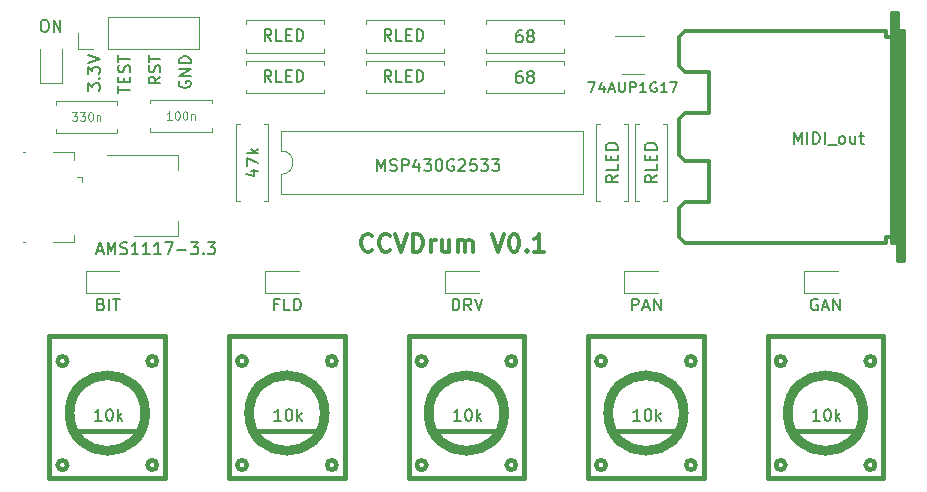
<source format=gbr>
G04 #@! TF.GenerationSoftware,KiCad,Pcbnew,(5.0.2)-1*
G04 #@! TF.CreationDate,2019-03-15T15:40:50+01:00*
G04 #@! TF.ProjectId,CCdrum,43436472-756d-42e6-9b69-6361645f7063,rev?*
G04 #@! TF.SameCoordinates,Original*
G04 #@! TF.FileFunction,Legend,Top*
G04 #@! TF.FilePolarity,Positive*
%FSLAX46Y46*%
G04 Gerber Fmt 4.6, Leading zero omitted, Abs format (unit mm)*
G04 Created by KiCad (PCBNEW (5.0.2)-1) date 15/03/2019 15:40:50*
%MOMM*%
%LPD*%
G01*
G04 APERTURE LIST*
%ADD10C,0.300000*%
%ADD11C,0.150000*%
%ADD12C,0.120000*%
%ADD13C,0.304800*%
%ADD14C,0.381000*%
%ADD15C,0.200660*%
%ADD16C,0.100000*%
G04 APERTURE END LIST*
D10*
X134402571Y-90451714D02*
X134331142Y-90523142D01*
X134116857Y-90594571D01*
X133974000Y-90594571D01*
X133759714Y-90523142D01*
X133616857Y-90380285D01*
X133545428Y-90237428D01*
X133474000Y-89951714D01*
X133474000Y-89737428D01*
X133545428Y-89451714D01*
X133616857Y-89308857D01*
X133759714Y-89166000D01*
X133974000Y-89094571D01*
X134116857Y-89094571D01*
X134331142Y-89166000D01*
X134402571Y-89237428D01*
X135902571Y-90451714D02*
X135831142Y-90523142D01*
X135616857Y-90594571D01*
X135474000Y-90594571D01*
X135259714Y-90523142D01*
X135116857Y-90380285D01*
X135045428Y-90237428D01*
X134974000Y-89951714D01*
X134974000Y-89737428D01*
X135045428Y-89451714D01*
X135116857Y-89308857D01*
X135259714Y-89166000D01*
X135474000Y-89094571D01*
X135616857Y-89094571D01*
X135831142Y-89166000D01*
X135902571Y-89237428D01*
X136331142Y-89094571D02*
X136831142Y-90594571D01*
X137331142Y-89094571D01*
X137831142Y-90594571D02*
X137831142Y-89094571D01*
X138188285Y-89094571D01*
X138402571Y-89166000D01*
X138545428Y-89308857D01*
X138616857Y-89451714D01*
X138688285Y-89737428D01*
X138688285Y-89951714D01*
X138616857Y-90237428D01*
X138545428Y-90380285D01*
X138402571Y-90523142D01*
X138188285Y-90594571D01*
X137831142Y-90594571D01*
X139331142Y-90594571D02*
X139331142Y-89594571D01*
X139331142Y-89880285D02*
X139402571Y-89737428D01*
X139474000Y-89666000D01*
X139616857Y-89594571D01*
X139759714Y-89594571D01*
X140902571Y-89594571D02*
X140902571Y-90594571D01*
X140259714Y-89594571D02*
X140259714Y-90380285D01*
X140331142Y-90523142D01*
X140474000Y-90594571D01*
X140688285Y-90594571D01*
X140831142Y-90523142D01*
X140902571Y-90451714D01*
X141616857Y-90594571D02*
X141616857Y-89594571D01*
X141616857Y-89737428D02*
X141688285Y-89666000D01*
X141831142Y-89594571D01*
X142045428Y-89594571D01*
X142188285Y-89666000D01*
X142259714Y-89808857D01*
X142259714Y-90594571D01*
X142259714Y-89808857D02*
X142331142Y-89666000D01*
X142474000Y-89594571D01*
X142688285Y-89594571D01*
X142831142Y-89666000D01*
X142902571Y-89808857D01*
X142902571Y-90594571D01*
X144545428Y-89094571D02*
X145045428Y-90594571D01*
X145545428Y-89094571D01*
X146331142Y-89094571D02*
X146474000Y-89094571D01*
X146616857Y-89166000D01*
X146688285Y-89237428D01*
X146759714Y-89380285D01*
X146831142Y-89666000D01*
X146831142Y-90023142D01*
X146759714Y-90308857D01*
X146688285Y-90451714D01*
X146616857Y-90523142D01*
X146474000Y-90594571D01*
X146331142Y-90594571D01*
X146188285Y-90523142D01*
X146116857Y-90451714D01*
X146045428Y-90308857D01*
X145974000Y-90023142D01*
X145974000Y-89666000D01*
X146045428Y-89380285D01*
X146116857Y-89237428D01*
X146188285Y-89166000D01*
X146331142Y-89094571D01*
X147474000Y-90451714D02*
X147545428Y-90523142D01*
X147474000Y-90594571D01*
X147402571Y-90523142D01*
X147474000Y-90451714D01*
X147474000Y-90594571D01*
X148974000Y-90594571D02*
X148116857Y-90594571D01*
X148545428Y-90594571D02*
X148545428Y-89094571D01*
X148402571Y-89308857D01*
X148259714Y-89451714D01*
X148116857Y-89523142D01*
D11*
X118076000Y-76166666D02*
X118028380Y-76261904D01*
X118028380Y-76404762D01*
X118076000Y-76547619D01*
X118171238Y-76642857D01*
X118266476Y-76690476D01*
X118456952Y-76738095D01*
X118599809Y-76738095D01*
X118790285Y-76690476D01*
X118885523Y-76642857D01*
X118980761Y-76547619D01*
X119028380Y-76404762D01*
X119028380Y-76309523D01*
X118980761Y-76166666D01*
X118933142Y-76119047D01*
X118599809Y-76119047D01*
X118599809Y-76309523D01*
X119028380Y-75690476D02*
X118028380Y-75690476D01*
X119028380Y-75119047D01*
X118028380Y-75119047D01*
X119028380Y-74642857D02*
X118028380Y-74642857D01*
X118028380Y-74404762D01*
X118076000Y-74261904D01*
X118171238Y-74166666D01*
X118266476Y-74119047D01*
X118456952Y-74071428D01*
X118599809Y-74071428D01*
X118790285Y-74119047D01*
X118885523Y-74166666D01*
X118980761Y-74261904D01*
X119028380Y-74404762D01*
X119028380Y-74642857D01*
X116461712Y-75785714D02*
X115985522Y-76119047D01*
X116461712Y-76357142D02*
X115461712Y-76357142D01*
X115461712Y-75976190D01*
X115509332Y-75880952D01*
X115556951Y-75833333D01*
X115652189Y-75785714D01*
X115795046Y-75785714D01*
X115890284Y-75833333D01*
X115937903Y-75880952D01*
X115985522Y-75976190D01*
X115985522Y-76357142D01*
X116414093Y-75404761D02*
X116461712Y-75261904D01*
X116461712Y-75023809D01*
X116414093Y-74928571D01*
X116366474Y-74880952D01*
X116271236Y-74833333D01*
X116175998Y-74833333D01*
X116080760Y-74880952D01*
X116033141Y-74928571D01*
X115985522Y-75023809D01*
X115937903Y-75214285D01*
X115890284Y-75309523D01*
X115842665Y-75357142D01*
X115747427Y-75404761D01*
X115652189Y-75404761D01*
X115556951Y-75357142D01*
X115509332Y-75309523D01*
X115461712Y-75214285D01*
X115461712Y-74976190D01*
X115509332Y-74833333D01*
X115461712Y-74547618D02*
X115461712Y-73976190D01*
X116461712Y-74261904D02*
X115461712Y-74261904D01*
X112895046Y-77166666D02*
X112895046Y-76595237D01*
X113895046Y-76880951D02*
X112895046Y-76880951D01*
X113371237Y-76261904D02*
X113371237Y-75928570D01*
X113895046Y-75785713D02*
X113895046Y-76261904D01*
X112895046Y-76261904D01*
X112895046Y-75785713D01*
X113847427Y-75404761D02*
X113895046Y-75261904D01*
X113895046Y-75023808D01*
X113847427Y-74928570D01*
X113799808Y-74880951D01*
X113704570Y-74833332D01*
X113609332Y-74833332D01*
X113514094Y-74880951D01*
X113466475Y-74928570D01*
X113418856Y-75023808D01*
X113371237Y-75214285D01*
X113323618Y-75309523D01*
X113275999Y-75357142D01*
X113180761Y-75404761D01*
X113085523Y-75404761D01*
X112990285Y-75357142D01*
X112942666Y-75309523D01*
X112895046Y-75214285D01*
X112895046Y-74976189D01*
X112942666Y-74833332D01*
X112895046Y-74547618D02*
X112895046Y-73976189D01*
X113895046Y-74261904D02*
X112895046Y-74261904D01*
X110328380Y-76976190D02*
X110328380Y-76357142D01*
X110709333Y-76690476D01*
X110709333Y-76547619D01*
X110756952Y-76452380D01*
X110804571Y-76404761D01*
X110899809Y-76357142D01*
X111137904Y-76357142D01*
X111233142Y-76404761D01*
X111280761Y-76452380D01*
X111328380Y-76547619D01*
X111328380Y-76833333D01*
X111280761Y-76928571D01*
X111233142Y-76976190D01*
X111233142Y-75928571D02*
X111280761Y-75880952D01*
X111328380Y-75928571D01*
X111280761Y-75976190D01*
X111233142Y-75928571D01*
X111328380Y-75928571D01*
X110328380Y-75547619D02*
X110328380Y-74928571D01*
X110709333Y-75261904D01*
X110709333Y-75119047D01*
X110756952Y-75023809D01*
X110804571Y-74976190D01*
X110899809Y-74928571D01*
X111137904Y-74928571D01*
X111233142Y-74976190D01*
X111280761Y-75023809D01*
X111328380Y-75119047D01*
X111328380Y-75404761D01*
X111280761Y-75500000D01*
X111233142Y-75547619D01*
X110328380Y-74642857D02*
X111328380Y-74309523D01*
X110328380Y-73976190D01*
D12*
G04 #@! TO.C,U1*
X126686000Y-82058000D02*
G75*
G02X126686000Y-84058000I0J-1000000D01*
G01*
X126686000Y-84058000D02*
X126686000Y-85708000D01*
X126686000Y-85708000D02*
X152206000Y-85708000D01*
X152206000Y-85708000D02*
X152206000Y-80408000D01*
X152206000Y-80408000D02*
X126686000Y-80408000D01*
X126686000Y-80408000D02*
X126686000Y-82058000D01*
G04 #@! TO.C,R13*
X159028000Y-79788000D02*
X159358000Y-79788000D01*
X159358000Y-79788000D02*
X159358000Y-86328000D01*
X159358000Y-86328000D02*
X159028000Y-86328000D01*
X156948000Y-79788000D02*
X156618000Y-79788000D01*
X156618000Y-79788000D02*
X156618000Y-86328000D01*
X156618000Y-86328000D02*
X156948000Y-86328000D01*
G04 #@! TO.C,R15*
X133891752Y-71020000D02*
X133891752Y-71350000D01*
X140431752Y-71020000D02*
X133891752Y-71020000D01*
X140431752Y-71350000D02*
X140431752Y-71020000D01*
X133891752Y-73760000D02*
X133891752Y-73430000D01*
X140431752Y-73760000D02*
X133891752Y-73760000D01*
X140431752Y-73430000D02*
X140431752Y-73760000D01*
G04 #@! TO.C,R12*
X155726000Y-79788000D02*
X156056000Y-79788000D01*
X156056000Y-79788000D02*
X156056000Y-86328000D01*
X156056000Y-86328000D02*
X155726000Y-86328000D01*
X153646000Y-79788000D02*
X153316000Y-79788000D01*
X153316000Y-79788000D02*
X153316000Y-86328000D01*
X153316000Y-86328000D02*
X153646000Y-86328000D01*
G04 #@! TO.C,J4*
X119726000Y-73430000D02*
X119726000Y-70770000D01*
X112046000Y-73430000D02*
X119726000Y-73430000D01*
X112046000Y-70770000D02*
X119726000Y-70770000D01*
X112046000Y-73430000D02*
X112046000Y-70770000D01*
X110776000Y-73430000D02*
X109446000Y-73430000D01*
X109446000Y-73430000D02*
X109446000Y-72100000D01*
G04 #@! TO.C,D1*
X110132500Y-94124000D02*
X112992500Y-94124000D01*
X110132500Y-92204000D02*
X110132500Y-94124000D01*
X112992500Y-92204000D02*
X110132500Y-92204000D01*
G04 #@! TO.C,D2*
X128192500Y-92204000D02*
X125332500Y-92204000D01*
X125332500Y-92204000D02*
X125332500Y-94124000D01*
X125332500Y-94124000D02*
X128192500Y-94124000D01*
G04 #@! TO.C,D3*
X140532500Y-94124000D02*
X143392500Y-94124000D01*
X140532500Y-92204000D02*
X140532500Y-94124000D01*
X143392500Y-92204000D02*
X140532500Y-92204000D01*
G04 #@! TO.C,D4*
X158592500Y-92204000D02*
X155732500Y-92204000D01*
X155732500Y-92204000D02*
X155732500Y-94124000D01*
X155732500Y-94124000D02*
X158592500Y-94124000D01*
G04 #@! TO.C,D5*
X170932500Y-94124000D02*
X173792500Y-94124000D01*
X170932500Y-92204000D02*
X170932500Y-94124000D01*
X173792500Y-92204000D02*
X170932500Y-92204000D01*
G04 #@! TO.C,D7*
X106228000Y-73422000D02*
X106228000Y-76282000D01*
X106228000Y-76282000D02*
X108148000Y-76282000D01*
X108148000Y-76282000D02*
X108148000Y-73422000D01*
G04 #@! TO.C,U2*
X117988000Y-89262000D02*
X117988000Y-88002000D01*
X117988000Y-82442000D02*
X117988000Y-83702000D01*
X114228000Y-89262000D02*
X117988000Y-89262000D01*
X111978000Y-82442000D02*
X117988000Y-82442000D01*
D13*
G04 #@! TO.C,J3*
X178650300Y-89899220D02*
X178650300Y-70399640D01*
X178899220Y-71900780D02*
X178899220Y-89899220D01*
X179150680Y-91400360D02*
X179150680Y-71900780D01*
X160900780Y-89899220D02*
X177901000Y-89899220D01*
X160900780Y-89899220D02*
X160400400Y-89398840D01*
X160400400Y-89398840D02*
X160400400Y-86899480D01*
X160400400Y-86899480D02*
X160900780Y-86399100D01*
X160900780Y-86399100D02*
X162899760Y-86399100D01*
X162899760Y-86399100D02*
X162899760Y-82898980D01*
X160900780Y-71900780D02*
X177901000Y-71900780D01*
X160900780Y-71900780D02*
X160400400Y-72401160D01*
X160400400Y-72401160D02*
X160400400Y-74400140D01*
X160400400Y-74400140D02*
X160400400Y-74900520D01*
X160400400Y-74900520D02*
X160900780Y-75400900D01*
X160900780Y-75400900D02*
X162899760Y-75400900D01*
X162899760Y-75400900D02*
X162899760Y-78901020D01*
X160400400Y-82401140D02*
X160900780Y-82898980D01*
X160900780Y-82898980D02*
X162899760Y-82898980D01*
X160400400Y-82401140D02*
X160400400Y-79398860D01*
X160400400Y-79398860D02*
X160900780Y-78901020D01*
X160900780Y-78901020D02*
X162899760Y-78901020D01*
X178899220Y-70399640D02*
X178899220Y-71900780D01*
X178899220Y-71900780D02*
X179399600Y-71900780D01*
X179399600Y-71900780D02*
X179399600Y-91400360D01*
X178899220Y-91400360D02*
X178899220Y-89899220D01*
X178899220Y-89899220D02*
X178398840Y-89899220D01*
X178398840Y-89899220D02*
X178398840Y-70399640D01*
X177901000Y-71900780D02*
X177901000Y-72401160D01*
X177901000Y-89899220D02*
X177901000Y-89398840D01*
X178398840Y-72401160D02*
X177901000Y-72401160D01*
X177901000Y-89398840D02*
X178398840Y-89398840D01*
X179399600Y-91400360D02*
X178899220Y-91400360D01*
X178398840Y-70399640D02*
X178899220Y-70399640D01*
D14*
G04 #@! TO.C,RV4*
X152670000Y-109764000D02*
X152670000Y-97764000D01*
X162470000Y-97764000D02*
X162470000Y-109764000D01*
X162470000Y-97764000D02*
X152670000Y-97764000D01*
X162470000Y-109764000D02*
X152670000Y-109764000D01*
X154170000Y-99864000D02*
G75*
G03X154170000Y-99864000I-400000J0D01*
G01*
X161770000Y-99864000D02*
G75*
G03X161770000Y-99864000I-400000J0D01*
G01*
X154170000Y-108664000D02*
G75*
G03X154170000Y-108664000I-400000J0D01*
G01*
X161770000Y-108664000D02*
G75*
G03X161770000Y-108664000I-400000J0D01*
G01*
X160170960Y-105765140D02*
X154969040Y-105765140D01*
X160569740Y-104264000D02*
G75*
G03X160569740Y-104264000I-2999740J0D01*
G01*
X160971060Y-104264000D02*
G75*
G03X160971060Y-104264000I-3401060J0D01*
G01*
G04 #@! TO.C,RV5*
X176171060Y-104264000D02*
G75*
G03X176171060Y-104264000I-3401060J0D01*
G01*
X175769740Y-104264000D02*
G75*
G03X175769740Y-104264000I-2999740J0D01*
G01*
X175370960Y-105765140D02*
X170169040Y-105765140D01*
X176970000Y-108664000D02*
G75*
G03X176970000Y-108664000I-400000J0D01*
G01*
X169370000Y-108664000D02*
G75*
G03X169370000Y-108664000I-400000J0D01*
G01*
X176970000Y-99864000D02*
G75*
G03X176970000Y-99864000I-400000J0D01*
G01*
X169370000Y-99864000D02*
G75*
G03X169370000Y-99864000I-400000J0D01*
G01*
X177670000Y-109764000D02*
X167870000Y-109764000D01*
X177670000Y-97764000D02*
X167870000Y-97764000D01*
X177670000Y-97764000D02*
X177670000Y-109764000D01*
X167870000Y-109764000D02*
X167870000Y-97764000D01*
G04 #@! TO.C,RV1*
X107070000Y-109764000D02*
X107070000Y-97764000D01*
X116870000Y-97764000D02*
X116870000Y-109764000D01*
X116870000Y-97764000D02*
X107070000Y-97764000D01*
X116870000Y-109764000D02*
X107070000Y-109764000D01*
X108570000Y-99864000D02*
G75*
G03X108570000Y-99864000I-400000J0D01*
G01*
X116170000Y-99864000D02*
G75*
G03X116170000Y-99864000I-400000J0D01*
G01*
X108570000Y-108664000D02*
G75*
G03X108570000Y-108664000I-400000J0D01*
G01*
X116170000Y-108664000D02*
G75*
G03X116170000Y-108664000I-400000J0D01*
G01*
X114570960Y-105765140D02*
X109369040Y-105765140D01*
X114969740Y-104264000D02*
G75*
G03X114969740Y-104264000I-2999740J0D01*
G01*
X115371060Y-104264000D02*
G75*
G03X115371060Y-104264000I-3401060J0D01*
G01*
G04 #@! TO.C,RV2*
X130571060Y-104264000D02*
G75*
G03X130571060Y-104264000I-3401060J0D01*
G01*
X130169740Y-104264000D02*
G75*
G03X130169740Y-104264000I-2999740J0D01*
G01*
X129770960Y-105765140D02*
X124569040Y-105765140D01*
X131370000Y-108664000D02*
G75*
G03X131370000Y-108664000I-400000J0D01*
G01*
X123770000Y-108664000D02*
G75*
G03X123770000Y-108664000I-400000J0D01*
G01*
X131370000Y-99864000D02*
G75*
G03X131370000Y-99864000I-400000J0D01*
G01*
X123770000Y-99864000D02*
G75*
G03X123770000Y-99864000I-400000J0D01*
G01*
X132070000Y-109764000D02*
X122270000Y-109764000D01*
X132070000Y-97764000D02*
X122270000Y-97764000D01*
X132070000Y-97764000D02*
X132070000Y-109764000D01*
X122270000Y-109764000D02*
X122270000Y-97764000D01*
G04 #@! TO.C,RV3*
X137470000Y-109764000D02*
X137470000Y-97764000D01*
X147270000Y-97764000D02*
X147270000Y-109764000D01*
X147270000Y-97764000D02*
X137470000Y-97764000D01*
X147270000Y-109764000D02*
X137470000Y-109764000D01*
X138970000Y-99864000D02*
G75*
G03X138970000Y-99864000I-400000J0D01*
G01*
X146570000Y-99864000D02*
G75*
G03X146570000Y-99864000I-400000J0D01*
G01*
X138970000Y-108664000D02*
G75*
G03X138970000Y-108664000I-400000J0D01*
G01*
X146570000Y-108664000D02*
G75*
G03X146570000Y-108664000I-400000J0D01*
G01*
X144970960Y-105765140D02*
X139769040Y-105765140D01*
X145369740Y-104264000D02*
G75*
G03X145369740Y-104264000I-2999740J0D01*
G01*
X145771060Y-104264000D02*
G75*
G03X145771060Y-104264000I-3401060J0D01*
G01*
D12*
G04 #@! TO.C,C1*
X107580000Y-78145000D02*
X107580000Y-77830000D01*
X107580000Y-80570000D02*
X107580000Y-80255000D01*
X112820000Y-78145000D02*
X112820000Y-77830000D01*
X112820000Y-80570000D02*
X112820000Y-80255000D01*
X112820000Y-77830000D02*
X107580000Y-77830000D01*
X112820000Y-80570000D02*
X107580000Y-80570000D01*
G04 #@! TO.C,C2*
X115580000Y-77730000D02*
X120820000Y-77730000D01*
X115580000Y-80470000D02*
X120820000Y-80470000D01*
X115580000Y-77730000D02*
X115580000Y-78045000D01*
X115580000Y-80155000D02*
X115580000Y-80470000D01*
X120820000Y-77730000D02*
X120820000Y-78045000D01*
X120820000Y-80155000D02*
X120820000Y-80470000D01*
G04 #@! TO.C,J1*
X109110000Y-82190000D02*
X109110000Y-82850000D01*
X107380000Y-82190000D02*
X109110000Y-82190000D01*
X104810000Y-89810000D02*
X105020000Y-89810000D01*
X104810000Y-82190000D02*
X105020000Y-82190000D01*
X107380000Y-89810000D02*
X109110000Y-89810000D01*
X109110000Y-89810000D02*
X109110000Y-89160000D01*
X109810000Y-84240000D02*
X109810000Y-84690000D01*
X109810000Y-84240000D02*
X109420000Y-84240000D01*
G04 #@! TO.C,R10*
X144050000Y-71020000D02*
X144050000Y-71350000D01*
X150590000Y-71020000D02*
X144050000Y-71020000D01*
X150590000Y-71350000D02*
X150590000Y-71020000D01*
X144050000Y-73760000D02*
X144050000Y-73430000D01*
X150590000Y-73760000D02*
X144050000Y-73760000D01*
X150590000Y-73430000D02*
X150590000Y-73760000D01*
G04 #@! TO.C,R9*
X150590000Y-76876653D02*
X150590000Y-77206653D01*
X150590000Y-77206653D02*
X144050000Y-77206653D01*
X144050000Y-77206653D02*
X144050000Y-76876653D01*
X150590000Y-74796653D02*
X150590000Y-74466653D01*
X150590000Y-74466653D02*
X144050000Y-74466653D01*
X144050000Y-74466653D02*
X144050000Y-74796653D01*
G04 #@! TO.C,R11*
X133891752Y-74466653D02*
X133891752Y-74796653D01*
X140431752Y-74466653D02*
X133891752Y-74466653D01*
X140431752Y-74796653D02*
X140431752Y-74466653D01*
X133891752Y-77206653D02*
X133891752Y-76876653D01*
X140431752Y-77206653D02*
X133891752Y-77206653D01*
X140431752Y-76876653D02*
X140431752Y-77206653D01*
G04 #@! TO.C,U3*
X155564000Y-75524000D02*
X157364000Y-75524000D01*
X157364000Y-72304000D02*
X154914000Y-72304000D01*
G04 #@! TO.C,R7*
X130270000Y-76876653D02*
X130270000Y-77206653D01*
X130270000Y-77206653D02*
X123730000Y-77206653D01*
X123730000Y-77206653D02*
X123730000Y-76876653D01*
X130270000Y-74796653D02*
X130270000Y-74466653D01*
X130270000Y-74466653D02*
X123730000Y-74466653D01*
X123730000Y-74466653D02*
X123730000Y-74796653D01*
G04 #@! TO.C,R8*
X123731752Y-71020000D02*
X123731752Y-71350000D01*
X130271752Y-71020000D02*
X123731752Y-71020000D01*
X130271752Y-71350000D02*
X130271752Y-71020000D01*
X123731752Y-73760000D02*
X123731752Y-73430000D01*
X130271752Y-73760000D02*
X123731752Y-73760000D01*
X130271752Y-73430000D02*
X130271752Y-73760000D01*
G04 #@! TO.C,R1*
X123166000Y-86328000D02*
X122836000Y-86328000D01*
X122836000Y-86328000D02*
X122836000Y-79788000D01*
X122836000Y-79788000D02*
X123166000Y-79788000D01*
X125246000Y-86328000D02*
X125576000Y-86328000D01*
X125576000Y-86328000D02*
X125576000Y-79788000D01*
X125576000Y-79788000D02*
X125246000Y-79788000D01*
G04 #@! TO.C,U1*
D11*
X134811142Y-83764380D02*
X134811142Y-82764380D01*
X135144476Y-83478666D01*
X135477809Y-82764380D01*
X135477809Y-83764380D01*
X135906380Y-83716761D02*
X136049238Y-83764380D01*
X136287333Y-83764380D01*
X136382571Y-83716761D01*
X136430190Y-83669142D01*
X136477809Y-83573904D01*
X136477809Y-83478666D01*
X136430190Y-83383428D01*
X136382571Y-83335809D01*
X136287333Y-83288190D01*
X136096857Y-83240571D01*
X136001619Y-83192952D01*
X135954000Y-83145333D01*
X135906380Y-83050095D01*
X135906380Y-82954857D01*
X135954000Y-82859619D01*
X136001619Y-82812000D01*
X136096857Y-82764380D01*
X136334952Y-82764380D01*
X136477809Y-82812000D01*
X136906380Y-83764380D02*
X136906380Y-82764380D01*
X137287333Y-82764380D01*
X137382571Y-82812000D01*
X137430190Y-82859619D01*
X137477809Y-82954857D01*
X137477809Y-83097714D01*
X137430190Y-83192952D01*
X137382571Y-83240571D01*
X137287333Y-83288190D01*
X136906380Y-83288190D01*
X138334952Y-83097714D02*
X138334952Y-83764380D01*
X138096857Y-82716761D02*
X137858761Y-83431047D01*
X138477809Y-83431047D01*
X138763523Y-82764380D02*
X139382571Y-82764380D01*
X139049238Y-83145333D01*
X139192095Y-83145333D01*
X139287333Y-83192952D01*
X139334952Y-83240571D01*
X139382571Y-83335809D01*
X139382571Y-83573904D01*
X139334952Y-83669142D01*
X139287333Y-83716761D01*
X139192095Y-83764380D01*
X138906380Y-83764380D01*
X138811142Y-83716761D01*
X138763523Y-83669142D01*
X140001619Y-82764380D02*
X140096857Y-82764380D01*
X140192095Y-82812000D01*
X140239714Y-82859619D01*
X140287333Y-82954857D01*
X140334952Y-83145333D01*
X140334952Y-83383428D01*
X140287333Y-83573904D01*
X140239714Y-83669142D01*
X140192095Y-83716761D01*
X140096857Y-83764380D01*
X140001619Y-83764380D01*
X139906380Y-83716761D01*
X139858761Y-83669142D01*
X139811142Y-83573904D01*
X139763523Y-83383428D01*
X139763523Y-83145333D01*
X139811142Y-82954857D01*
X139858761Y-82859619D01*
X139906380Y-82812000D01*
X140001619Y-82764380D01*
X141287333Y-82812000D02*
X141192095Y-82764380D01*
X141049238Y-82764380D01*
X140906380Y-82812000D01*
X140811142Y-82907238D01*
X140763523Y-83002476D01*
X140715904Y-83192952D01*
X140715904Y-83335809D01*
X140763523Y-83526285D01*
X140811142Y-83621523D01*
X140906380Y-83716761D01*
X141049238Y-83764380D01*
X141144476Y-83764380D01*
X141287333Y-83716761D01*
X141334952Y-83669142D01*
X141334952Y-83335809D01*
X141144476Y-83335809D01*
X141715904Y-82859619D02*
X141763523Y-82812000D01*
X141858761Y-82764380D01*
X142096857Y-82764380D01*
X142192095Y-82812000D01*
X142239714Y-82859619D01*
X142287333Y-82954857D01*
X142287333Y-83050095D01*
X142239714Y-83192952D01*
X141668285Y-83764380D01*
X142287333Y-83764380D01*
X143192095Y-82764380D02*
X142715904Y-82764380D01*
X142668285Y-83240571D01*
X142715904Y-83192952D01*
X142811142Y-83145333D01*
X143049238Y-83145333D01*
X143144476Y-83192952D01*
X143192095Y-83240571D01*
X143239714Y-83335809D01*
X143239714Y-83573904D01*
X143192095Y-83669142D01*
X143144476Y-83716761D01*
X143049238Y-83764380D01*
X142811142Y-83764380D01*
X142715904Y-83716761D01*
X142668285Y-83669142D01*
X143573047Y-82764380D02*
X144192095Y-82764380D01*
X143858761Y-83145333D01*
X144001619Y-83145333D01*
X144096857Y-83192952D01*
X144144476Y-83240571D01*
X144192095Y-83335809D01*
X144192095Y-83573904D01*
X144144476Y-83669142D01*
X144096857Y-83716761D01*
X144001619Y-83764380D01*
X143715904Y-83764380D01*
X143620666Y-83716761D01*
X143573047Y-83669142D01*
X144525428Y-82764380D02*
X145144476Y-82764380D01*
X144811142Y-83145333D01*
X144954000Y-83145333D01*
X145049238Y-83192952D01*
X145096857Y-83240571D01*
X145144476Y-83335809D01*
X145144476Y-83573904D01*
X145096857Y-83669142D01*
X145049238Y-83716761D01*
X144954000Y-83764380D01*
X144668285Y-83764380D01*
X144573047Y-83716761D01*
X144525428Y-83669142D01*
G04 #@! TO.C,R13*
X158470380Y-84105619D02*
X157994190Y-84438952D01*
X158470380Y-84677047D02*
X157470380Y-84677047D01*
X157470380Y-84296095D01*
X157518000Y-84200857D01*
X157565619Y-84153238D01*
X157660857Y-84105619D01*
X157803714Y-84105619D01*
X157898952Y-84153238D01*
X157946571Y-84200857D01*
X157994190Y-84296095D01*
X157994190Y-84677047D01*
X158470380Y-83200857D02*
X158470380Y-83677047D01*
X157470380Y-83677047D01*
X157946571Y-82867523D02*
X157946571Y-82534190D01*
X158470380Y-82391333D02*
X158470380Y-82867523D01*
X157470380Y-82867523D01*
X157470380Y-82391333D01*
X158470380Y-81962761D02*
X157470380Y-81962761D01*
X157470380Y-81724666D01*
X157518000Y-81581809D01*
X157613238Y-81486571D01*
X157708476Y-81438952D01*
X157898952Y-81391333D01*
X158041809Y-81391333D01*
X158232285Y-81438952D01*
X158327523Y-81486571D01*
X158422761Y-81581809D01*
X158470380Y-81724666D01*
X158470380Y-81962761D01*
G04 #@! TO.C,R15*
X136014132Y-72772380D02*
X135680799Y-72296190D01*
X135442704Y-72772380D02*
X135442704Y-71772380D01*
X135823656Y-71772380D01*
X135918894Y-71820000D01*
X135966513Y-71867619D01*
X136014132Y-71962857D01*
X136014132Y-72105714D01*
X135966513Y-72200952D01*
X135918894Y-72248571D01*
X135823656Y-72296190D01*
X135442704Y-72296190D01*
X136918894Y-72772380D02*
X136442704Y-72772380D01*
X136442704Y-71772380D01*
X137252228Y-72248571D02*
X137585561Y-72248571D01*
X137728418Y-72772380D02*
X137252228Y-72772380D01*
X137252228Y-71772380D01*
X137728418Y-71772380D01*
X138156990Y-72772380D02*
X138156990Y-71772380D01*
X138395085Y-71772380D01*
X138537942Y-71820000D01*
X138633180Y-71915238D01*
X138680799Y-72010476D01*
X138728418Y-72200952D01*
X138728418Y-72343809D01*
X138680799Y-72534285D01*
X138633180Y-72629523D01*
X138537942Y-72724761D01*
X138395085Y-72772380D01*
X138156990Y-72772380D01*
G04 #@! TO.C,R12*
X155168380Y-84105619D02*
X154692190Y-84438952D01*
X155168380Y-84677047D02*
X154168380Y-84677047D01*
X154168380Y-84296095D01*
X154216000Y-84200857D01*
X154263619Y-84153238D01*
X154358857Y-84105619D01*
X154501714Y-84105619D01*
X154596952Y-84153238D01*
X154644571Y-84200857D01*
X154692190Y-84296095D01*
X154692190Y-84677047D01*
X155168380Y-83200857D02*
X155168380Y-83677047D01*
X154168380Y-83677047D01*
X154644571Y-82867523D02*
X154644571Y-82534190D01*
X155168380Y-82391333D02*
X155168380Y-82867523D01*
X154168380Y-82867523D01*
X154168380Y-82391333D01*
X155168380Y-81962761D02*
X154168380Y-81962761D01*
X154168380Y-81724666D01*
X154216000Y-81581809D01*
X154311238Y-81486571D01*
X154406476Y-81438952D01*
X154596952Y-81391333D01*
X154739809Y-81391333D01*
X154930285Y-81438952D01*
X155025523Y-81486571D01*
X155120761Y-81581809D01*
X155168380Y-81724666D01*
X155168380Y-81962761D01*
G04 #@! TO.C,D1*
X111444880Y-95042571D02*
X111587738Y-95090190D01*
X111635357Y-95137809D01*
X111682976Y-95233047D01*
X111682976Y-95375904D01*
X111635357Y-95471142D01*
X111587738Y-95518761D01*
X111492500Y-95566380D01*
X111111547Y-95566380D01*
X111111547Y-94566380D01*
X111444880Y-94566380D01*
X111540119Y-94614000D01*
X111587738Y-94661619D01*
X111635357Y-94756857D01*
X111635357Y-94852095D01*
X111587738Y-94947333D01*
X111540119Y-94994952D01*
X111444880Y-95042571D01*
X111111547Y-95042571D01*
X112111547Y-95566380D02*
X112111547Y-94566380D01*
X112444880Y-94566380D02*
X113016309Y-94566380D01*
X112730595Y-95566380D02*
X112730595Y-94566380D01*
G04 #@! TO.C,D2*
X126430595Y-95042571D02*
X126097261Y-95042571D01*
X126097261Y-95566380D02*
X126097261Y-94566380D01*
X126573452Y-94566380D01*
X127430595Y-95566380D02*
X126954404Y-95566380D01*
X126954404Y-94566380D01*
X127763928Y-95566380D02*
X127763928Y-94566380D01*
X128002023Y-94566380D01*
X128144880Y-94614000D01*
X128240119Y-94709238D01*
X128287738Y-94804476D01*
X128335357Y-94994952D01*
X128335357Y-95137809D01*
X128287738Y-95328285D01*
X128240119Y-95423523D01*
X128144880Y-95518761D01*
X128002023Y-95566380D01*
X127763928Y-95566380D01*
G04 #@! TO.C,D3*
X141202023Y-95566380D02*
X141202023Y-94566380D01*
X141440119Y-94566380D01*
X141582976Y-94614000D01*
X141678214Y-94709238D01*
X141725833Y-94804476D01*
X141773452Y-94994952D01*
X141773452Y-95137809D01*
X141725833Y-95328285D01*
X141678214Y-95423523D01*
X141582976Y-95518761D01*
X141440119Y-95566380D01*
X141202023Y-95566380D01*
X142773452Y-95566380D02*
X142440119Y-95090190D01*
X142202023Y-95566380D02*
X142202023Y-94566380D01*
X142582976Y-94566380D01*
X142678214Y-94614000D01*
X142725833Y-94661619D01*
X142773452Y-94756857D01*
X142773452Y-94899714D01*
X142725833Y-94994952D01*
X142678214Y-95042571D01*
X142582976Y-95090190D01*
X142202023Y-95090190D01*
X143059166Y-94566380D02*
X143392500Y-95566380D01*
X143725833Y-94566380D01*
G04 #@! TO.C,D4*
X156378214Y-95566380D02*
X156378214Y-94566380D01*
X156759166Y-94566380D01*
X156854404Y-94614000D01*
X156902023Y-94661619D01*
X156949642Y-94756857D01*
X156949642Y-94899714D01*
X156902023Y-94994952D01*
X156854404Y-95042571D01*
X156759166Y-95090190D01*
X156378214Y-95090190D01*
X157330595Y-95280666D02*
X157806785Y-95280666D01*
X157235357Y-95566380D02*
X157568690Y-94566380D01*
X157902023Y-95566380D01*
X158235357Y-95566380D02*
X158235357Y-94566380D01*
X158806785Y-95566380D01*
X158806785Y-94566380D01*
G04 #@! TO.C,D5*
X172102023Y-94614000D02*
X172006785Y-94566380D01*
X171863928Y-94566380D01*
X171721071Y-94614000D01*
X171625833Y-94709238D01*
X171578214Y-94804476D01*
X171530595Y-94994952D01*
X171530595Y-95137809D01*
X171578214Y-95328285D01*
X171625833Y-95423523D01*
X171721071Y-95518761D01*
X171863928Y-95566380D01*
X171959166Y-95566380D01*
X172102023Y-95518761D01*
X172149642Y-95471142D01*
X172149642Y-95137809D01*
X171959166Y-95137809D01*
X172530595Y-95280666D02*
X173006785Y-95280666D01*
X172435357Y-95566380D02*
X172768690Y-94566380D01*
X173102023Y-95566380D01*
X173435357Y-95566380D02*
X173435357Y-94566380D01*
X174006785Y-95566380D01*
X174006785Y-94566380D01*
G04 #@! TO.C,D7*
X106568952Y-70974380D02*
X106759428Y-70974380D01*
X106854666Y-71022000D01*
X106949904Y-71117238D01*
X106997523Y-71307714D01*
X106997523Y-71641047D01*
X106949904Y-71831523D01*
X106854666Y-71926761D01*
X106759428Y-71974380D01*
X106568952Y-71974380D01*
X106473714Y-71926761D01*
X106378476Y-71831523D01*
X106330857Y-71641047D01*
X106330857Y-71307714D01*
X106378476Y-71117238D01*
X106473714Y-71022000D01*
X106568952Y-70974380D01*
X107426095Y-71974380D02*
X107426095Y-70974380D01*
X107997523Y-71974380D01*
X107997523Y-70974380D01*
G04 #@! TO.C,U2*
X111078000Y-90518666D02*
X111554190Y-90518666D01*
X110982761Y-90804380D02*
X111316095Y-89804380D01*
X111649428Y-90804380D01*
X111982761Y-90804380D02*
X111982761Y-89804380D01*
X112316095Y-90518666D01*
X112649428Y-89804380D01*
X112649428Y-90804380D01*
X113078000Y-90756761D02*
X113220857Y-90804380D01*
X113458952Y-90804380D01*
X113554190Y-90756761D01*
X113601809Y-90709142D01*
X113649428Y-90613904D01*
X113649428Y-90518666D01*
X113601809Y-90423428D01*
X113554190Y-90375809D01*
X113458952Y-90328190D01*
X113268476Y-90280571D01*
X113173238Y-90232952D01*
X113125619Y-90185333D01*
X113078000Y-90090095D01*
X113078000Y-89994857D01*
X113125619Y-89899619D01*
X113173238Y-89852000D01*
X113268476Y-89804380D01*
X113506571Y-89804380D01*
X113649428Y-89852000D01*
X114601809Y-90804380D02*
X114030380Y-90804380D01*
X114316095Y-90804380D02*
X114316095Y-89804380D01*
X114220857Y-89947238D01*
X114125619Y-90042476D01*
X114030380Y-90090095D01*
X115554190Y-90804380D02*
X114982761Y-90804380D01*
X115268476Y-90804380D02*
X115268476Y-89804380D01*
X115173238Y-89947238D01*
X115078000Y-90042476D01*
X114982761Y-90090095D01*
X116506571Y-90804380D02*
X115935142Y-90804380D01*
X116220857Y-90804380D02*
X116220857Y-89804380D01*
X116125619Y-89947238D01*
X116030380Y-90042476D01*
X115935142Y-90090095D01*
X116839904Y-89804380D02*
X117506571Y-89804380D01*
X117078000Y-90804380D01*
X117887523Y-90423428D02*
X118649428Y-90423428D01*
X119030380Y-89804380D02*
X119649428Y-89804380D01*
X119316095Y-90185333D01*
X119458952Y-90185333D01*
X119554190Y-90232952D01*
X119601809Y-90280571D01*
X119649428Y-90375809D01*
X119649428Y-90613904D01*
X119601809Y-90709142D01*
X119554190Y-90756761D01*
X119458952Y-90804380D01*
X119173238Y-90804380D01*
X119078000Y-90756761D01*
X119030380Y-90709142D01*
X120078000Y-90709142D02*
X120125619Y-90756761D01*
X120078000Y-90804380D01*
X120030380Y-90756761D01*
X120078000Y-90709142D01*
X120078000Y-90804380D01*
X120458952Y-89804380D02*
X121078000Y-89804380D01*
X120744666Y-90185333D01*
X120887523Y-90185333D01*
X120982761Y-90232952D01*
X121030380Y-90280571D01*
X121078000Y-90375809D01*
X121078000Y-90613904D01*
X121030380Y-90709142D01*
X120982761Y-90756761D01*
X120887523Y-90804380D01*
X120601809Y-90804380D01*
X120506571Y-90756761D01*
X120458952Y-90709142D01*
G04 #@! TO.C,J3*
X170093047Y-81478380D02*
X170093047Y-80478380D01*
X170426380Y-81192666D01*
X170759714Y-80478380D01*
X170759714Y-81478380D01*
X171235904Y-81478380D02*
X171235904Y-80478380D01*
X171712095Y-81478380D02*
X171712095Y-80478380D01*
X171950190Y-80478380D01*
X172093047Y-80526000D01*
X172188285Y-80621238D01*
X172235904Y-80716476D01*
X172283523Y-80906952D01*
X172283523Y-81049809D01*
X172235904Y-81240285D01*
X172188285Y-81335523D01*
X172093047Y-81430761D01*
X171950190Y-81478380D01*
X171712095Y-81478380D01*
X172712095Y-81478380D02*
X172712095Y-80478380D01*
X172950190Y-81573619D02*
X173712095Y-81573619D01*
X174093047Y-81478380D02*
X173997809Y-81430761D01*
X173950190Y-81383142D01*
X173902571Y-81287904D01*
X173902571Y-81002190D01*
X173950190Y-80906952D01*
X173997809Y-80859333D01*
X174093047Y-80811714D01*
X174235904Y-80811714D01*
X174331142Y-80859333D01*
X174378761Y-80906952D01*
X174426380Y-81002190D01*
X174426380Y-81287904D01*
X174378761Y-81383142D01*
X174331142Y-81430761D01*
X174235904Y-81478380D01*
X174093047Y-81478380D01*
X175283523Y-80811714D02*
X175283523Y-81478380D01*
X174854952Y-80811714D02*
X174854952Y-81335523D01*
X174902571Y-81430761D01*
X174997809Y-81478380D01*
X175140666Y-81478380D01*
X175235904Y-81430761D01*
X175283523Y-81383142D01*
X175616857Y-80811714D02*
X175997809Y-80811714D01*
X175759714Y-80478380D02*
X175759714Y-81335523D01*
X175807333Y-81430761D01*
X175902571Y-81478380D01*
X175997809Y-81478380D01*
G04 #@! TO.C,RV4*
D15*
X157074761Y-104916720D02*
X156503333Y-104916720D01*
X156789047Y-104916720D02*
X156789047Y-103916720D01*
X156693809Y-104059578D01*
X156598571Y-104154816D01*
X156503333Y-104202435D01*
X157693809Y-103916720D02*
X157789047Y-103916720D01*
X157884285Y-103964340D01*
X157931904Y-104011959D01*
X157979523Y-104107197D01*
X158027142Y-104297673D01*
X158027142Y-104535768D01*
X157979523Y-104726244D01*
X157931904Y-104821482D01*
X157884285Y-104869101D01*
X157789047Y-104916720D01*
X157693809Y-104916720D01*
X157598571Y-104869101D01*
X157550952Y-104821482D01*
X157503333Y-104726244D01*
X157455714Y-104535768D01*
X157455714Y-104297673D01*
X157503333Y-104107197D01*
X157550952Y-104011959D01*
X157598571Y-103964340D01*
X157693809Y-103916720D01*
X158455714Y-104916720D02*
X158455714Y-103916720D01*
X158550952Y-104535768D02*
X158836666Y-104916720D01*
X158836666Y-104250054D02*
X158455714Y-104631006D01*
G04 #@! TO.C,RV5*
X172274761Y-104916720D02*
X171703333Y-104916720D01*
X171989047Y-104916720D02*
X171989047Y-103916720D01*
X171893809Y-104059578D01*
X171798571Y-104154816D01*
X171703333Y-104202435D01*
X172893809Y-103916720D02*
X172989047Y-103916720D01*
X173084285Y-103964340D01*
X173131904Y-104011959D01*
X173179523Y-104107197D01*
X173227142Y-104297673D01*
X173227142Y-104535768D01*
X173179523Y-104726244D01*
X173131904Y-104821482D01*
X173084285Y-104869101D01*
X172989047Y-104916720D01*
X172893809Y-104916720D01*
X172798571Y-104869101D01*
X172750952Y-104821482D01*
X172703333Y-104726244D01*
X172655714Y-104535768D01*
X172655714Y-104297673D01*
X172703333Y-104107197D01*
X172750952Y-104011959D01*
X172798571Y-103964340D01*
X172893809Y-103916720D01*
X173655714Y-104916720D02*
X173655714Y-103916720D01*
X173750952Y-104535768D02*
X174036666Y-104916720D01*
X174036666Y-104250054D02*
X173655714Y-104631006D01*
G04 #@! TO.C,RV1*
X111474761Y-104916720D02*
X110903333Y-104916720D01*
X111189047Y-104916720D02*
X111189047Y-103916720D01*
X111093809Y-104059578D01*
X110998571Y-104154816D01*
X110903333Y-104202435D01*
X112093809Y-103916720D02*
X112189047Y-103916720D01*
X112284285Y-103964340D01*
X112331904Y-104011959D01*
X112379523Y-104107197D01*
X112427142Y-104297673D01*
X112427142Y-104535768D01*
X112379523Y-104726244D01*
X112331904Y-104821482D01*
X112284285Y-104869101D01*
X112189047Y-104916720D01*
X112093809Y-104916720D01*
X111998571Y-104869101D01*
X111950952Y-104821482D01*
X111903333Y-104726244D01*
X111855714Y-104535768D01*
X111855714Y-104297673D01*
X111903333Y-104107197D01*
X111950952Y-104011959D01*
X111998571Y-103964340D01*
X112093809Y-103916720D01*
X112855714Y-104916720D02*
X112855714Y-103916720D01*
X112950952Y-104535768D02*
X113236666Y-104916720D01*
X113236666Y-104250054D02*
X112855714Y-104631006D01*
G04 #@! TO.C,RV2*
X126674761Y-104916720D02*
X126103333Y-104916720D01*
X126389047Y-104916720D02*
X126389047Y-103916720D01*
X126293809Y-104059578D01*
X126198571Y-104154816D01*
X126103333Y-104202435D01*
X127293809Y-103916720D02*
X127389047Y-103916720D01*
X127484285Y-103964340D01*
X127531904Y-104011959D01*
X127579523Y-104107197D01*
X127627142Y-104297673D01*
X127627142Y-104535768D01*
X127579523Y-104726244D01*
X127531904Y-104821482D01*
X127484285Y-104869101D01*
X127389047Y-104916720D01*
X127293809Y-104916720D01*
X127198571Y-104869101D01*
X127150952Y-104821482D01*
X127103333Y-104726244D01*
X127055714Y-104535768D01*
X127055714Y-104297673D01*
X127103333Y-104107197D01*
X127150952Y-104011959D01*
X127198571Y-103964340D01*
X127293809Y-103916720D01*
X128055714Y-104916720D02*
X128055714Y-103916720D01*
X128150952Y-104535768D02*
X128436666Y-104916720D01*
X128436666Y-104250054D02*
X128055714Y-104631006D01*
G04 #@! TO.C,RV3*
X141874761Y-104916720D02*
X141303333Y-104916720D01*
X141589047Y-104916720D02*
X141589047Y-103916720D01*
X141493809Y-104059578D01*
X141398571Y-104154816D01*
X141303333Y-104202435D01*
X142493809Y-103916720D02*
X142589047Y-103916720D01*
X142684285Y-103964340D01*
X142731904Y-104011959D01*
X142779523Y-104107197D01*
X142827142Y-104297673D01*
X142827142Y-104535768D01*
X142779523Y-104726244D01*
X142731904Y-104821482D01*
X142684285Y-104869101D01*
X142589047Y-104916720D01*
X142493809Y-104916720D01*
X142398571Y-104869101D01*
X142350952Y-104821482D01*
X142303333Y-104726244D01*
X142255714Y-104535768D01*
X142255714Y-104297673D01*
X142303333Y-104107197D01*
X142350952Y-104011959D01*
X142398571Y-103964340D01*
X142493809Y-103916720D01*
X143255714Y-104916720D02*
X143255714Y-103916720D01*
X143350952Y-104535768D02*
X143636666Y-104916720D01*
X143636666Y-104250054D02*
X143255714Y-104631006D01*
G04 #@! TO.C,C1*
D16*
X108983333Y-78816666D02*
X109416666Y-78816666D01*
X109183333Y-79083333D01*
X109283333Y-79083333D01*
X109350000Y-79116666D01*
X109383333Y-79150000D01*
X109416666Y-79216666D01*
X109416666Y-79383333D01*
X109383333Y-79450000D01*
X109350000Y-79483333D01*
X109283333Y-79516666D01*
X109083333Y-79516666D01*
X109016666Y-79483333D01*
X108983333Y-79450000D01*
X109650000Y-78816666D02*
X110083333Y-78816666D01*
X109850000Y-79083333D01*
X109950000Y-79083333D01*
X110016666Y-79116666D01*
X110050000Y-79150000D01*
X110083333Y-79216666D01*
X110083333Y-79383333D01*
X110050000Y-79450000D01*
X110016666Y-79483333D01*
X109950000Y-79516666D01*
X109750000Y-79516666D01*
X109683333Y-79483333D01*
X109650000Y-79450000D01*
X110516666Y-78816666D02*
X110583333Y-78816666D01*
X110650000Y-78850000D01*
X110683333Y-78883333D01*
X110716666Y-78950000D01*
X110750000Y-79083333D01*
X110750000Y-79250000D01*
X110716666Y-79383333D01*
X110683333Y-79450000D01*
X110650000Y-79483333D01*
X110583333Y-79516666D01*
X110516666Y-79516666D01*
X110450000Y-79483333D01*
X110416666Y-79450000D01*
X110383333Y-79383333D01*
X110350000Y-79250000D01*
X110350000Y-79083333D01*
X110383333Y-78950000D01*
X110416666Y-78883333D01*
X110450000Y-78850000D01*
X110516666Y-78816666D01*
X111050000Y-79050000D02*
X111050000Y-79516666D01*
X111050000Y-79116666D02*
X111083333Y-79083333D01*
X111150000Y-79050000D01*
X111250000Y-79050000D01*
X111316666Y-79083333D01*
X111350000Y-79150000D01*
X111350000Y-79516666D01*
G04 #@! TO.C,C2*
X117416666Y-79416666D02*
X117016666Y-79416666D01*
X117216666Y-79416666D02*
X117216666Y-78716666D01*
X117150000Y-78816666D01*
X117083333Y-78883333D01*
X117016666Y-78916666D01*
X117850000Y-78716666D02*
X117916666Y-78716666D01*
X117983333Y-78750000D01*
X118016666Y-78783333D01*
X118050000Y-78850000D01*
X118083333Y-78983333D01*
X118083333Y-79150000D01*
X118050000Y-79283333D01*
X118016666Y-79350000D01*
X117983333Y-79383333D01*
X117916666Y-79416666D01*
X117850000Y-79416666D01*
X117783333Y-79383333D01*
X117750000Y-79350000D01*
X117716666Y-79283333D01*
X117683333Y-79150000D01*
X117683333Y-78983333D01*
X117716666Y-78850000D01*
X117750000Y-78783333D01*
X117783333Y-78750000D01*
X117850000Y-78716666D01*
X118516666Y-78716666D02*
X118583333Y-78716666D01*
X118650000Y-78750000D01*
X118683333Y-78783333D01*
X118716666Y-78850000D01*
X118750000Y-78983333D01*
X118750000Y-79150000D01*
X118716666Y-79283333D01*
X118683333Y-79350000D01*
X118650000Y-79383333D01*
X118583333Y-79416666D01*
X118516666Y-79416666D01*
X118450000Y-79383333D01*
X118416666Y-79350000D01*
X118383333Y-79283333D01*
X118350000Y-79150000D01*
X118350000Y-78983333D01*
X118383333Y-78850000D01*
X118416666Y-78783333D01*
X118450000Y-78750000D01*
X118516666Y-78716666D01*
X119050000Y-78950000D02*
X119050000Y-79416666D01*
X119050000Y-79016666D02*
X119083333Y-78983333D01*
X119150000Y-78950000D01*
X119250000Y-78950000D01*
X119316666Y-78983333D01*
X119350000Y-79050000D01*
X119350000Y-79416666D01*
G04 #@! TO.C,R10*
D11*
X147034285Y-71872380D02*
X146843809Y-71872380D01*
X146748571Y-71920000D01*
X146700952Y-71967619D01*
X146605714Y-72110476D01*
X146558095Y-72300952D01*
X146558095Y-72681904D01*
X146605714Y-72777142D01*
X146653333Y-72824761D01*
X146748571Y-72872380D01*
X146939047Y-72872380D01*
X147034285Y-72824761D01*
X147081904Y-72777142D01*
X147129523Y-72681904D01*
X147129523Y-72443809D01*
X147081904Y-72348571D01*
X147034285Y-72300952D01*
X146939047Y-72253333D01*
X146748571Y-72253333D01*
X146653333Y-72300952D01*
X146605714Y-72348571D01*
X146558095Y-72443809D01*
X147700952Y-72300952D02*
X147605714Y-72253333D01*
X147558095Y-72205714D01*
X147510476Y-72110476D01*
X147510476Y-72062857D01*
X147558095Y-71967619D01*
X147605714Y-71920000D01*
X147700952Y-71872380D01*
X147891428Y-71872380D01*
X147986666Y-71920000D01*
X148034285Y-71967619D01*
X148081904Y-72062857D01*
X148081904Y-72110476D01*
X148034285Y-72205714D01*
X147986666Y-72253333D01*
X147891428Y-72300952D01*
X147700952Y-72300952D01*
X147605714Y-72348571D01*
X147558095Y-72396190D01*
X147510476Y-72491428D01*
X147510476Y-72681904D01*
X147558095Y-72777142D01*
X147605714Y-72824761D01*
X147700952Y-72872380D01*
X147891428Y-72872380D01*
X147986666Y-72824761D01*
X148034285Y-72777142D01*
X148081904Y-72681904D01*
X148081904Y-72491428D01*
X148034285Y-72396190D01*
X147986666Y-72348571D01*
X147891428Y-72300952D01*
G04 #@! TO.C,R9*
X147034285Y-75319033D02*
X146843809Y-75319033D01*
X146748571Y-75366653D01*
X146700952Y-75414272D01*
X146605714Y-75557129D01*
X146558095Y-75747605D01*
X146558095Y-76128557D01*
X146605714Y-76223795D01*
X146653333Y-76271414D01*
X146748571Y-76319033D01*
X146939047Y-76319033D01*
X147034285Y-76271414D01*
X147081904Y-76223795D01*
X147129523Y-76128557D01*
X147129523Y-75890462D01*
X147081904Y-75795224D01*
X147034285Y-75747605D01*
X146939047Y-75699986D01*
X146748571Y-75699986D01*
X146653333Y-75747605D01*
X146605714Y-75795224D01*
X146558095Y-75890462D01*
X147700952Y-75747605D02*
X147605714Y-75699986D01*
X147558095Y-75652367D01*
X147510476Y-75557129D01*
X147510476Y-75509510D01*
X147558095Y-75414272D01*
X147605714Y-75366653D01*
X147700952Y-75319033D01*
X147891428Y-75319033D01*
X147986666Y-75366653D01*
X148034285Y-75414272D01*
X148081904Y-75509510D01*
X148081904Y-75557129D01*
X148034285Y-75652367D01*
X147986666Y-75699986D01*
X147891428Y-75747605D01*
X147700952Y-75747605D01*
X147605714Y-75795224D01*
X147558095Y-75842843D01*
X147510476Y-75938081D01*
X147510476Y-76128557D01*
X147558095Y-76223795D01*
X147605714Y-76271414D01*
X147700952Y-76319033D01*
X147891428Y-76319033D01*
X147986666Y-76271414D01*
X148034285Y-76223795D01*
X148081904Y-76128557D01*
X148081904Y-75938081D01*
X148034285Y-75842843D01*
X147986666Y-75795224D01*
X147891428Y-75747605D01*
G04 #@! TO.C,R11*
X136014132Y-76219033D02*
X135680799Y-75742843D01*
X135442704Y-76219033D02*
X135442704Y-75219033D01*
X135823656Y-75219033D01*
X135918894Y-75266653D01*
X135966513Y-75314272D01*
X136014132Y-75409510D01*
X136014132Y-75552367D01*
X135966513Y-75647605D01*
X135918894Y-75695224D01*
X135823656Y-75742843D01*
X135442704Y-75742843D01*
X136918894Y-76219033D02*
X136442704Y-76219033D01*
X136442704Y-75219033D01*
X137252228Y-75695224D02*
X137585561Y-75695224D01*
X137728418Y-76219033D02*
X137252228Y-76219033D01*
X137252228Y-75219033D01*
X137728418Y-75219033D01*
X138156990Y-76219033D02*
X138156990Y-75219033D01*
X138395085Y-75219033D01*
X138537942Y-75266653D01*
X138633180Y-75361891D01*
X138680799Y-75457129D01*
X138728418Y-75647605D01*
X138728418Y-75790462D01*
X138680799Y-75980938D01*
X138633180Y-76076176D01*
X138537942Y-76171414D01*
X138395085Y-76219033D01*
X138156990Y-76219033D01*
G04 #@! TO.C,U3*
X152692571Y-76269904D02*
X153292571Y-76269904D01*
X152906857Y-77069904D01*
X154021142Y-76536571D02*
X154021142Y-77069904D01*
X153806857Y-76231809D02*
X153592571Y-76803238D01*
X154149714Y-76803238D01*
X154449714Y-76841333D02*
X154878285Y-76841333D01*
X154364000Y-77069904D02*
X154664000Y-76269904D01*
X154964000Y-77069904D01*
X155264000Y-76269904D02*
X155264000Y-76917523D01*
X155306857Y-76993714D01*
X155349714Y-77031809D01*
X155435428Y-77069904D01*
X155606857Y-77069904D01*
X155692571Y-77031809D01*
X155735428Y-76993714D01*
X155778285Y-76917523D01*
X155778285Y-76269904D01*
X156206857Y-77069904D02*
X156206857Y-76269904D01*
X156549714Y-76269904D01*
X156635428Y-76308000D01*
X156678285Y-76346095D01*
X156721142Y-76422285D01*
X156721142Y-76536571D01*
X156678285Y-76612761D01*
X156635428Y-76650857D01*
X156549714Y-76688952D01*
X156206857Y-76688952D01*
X157578285Y-77069904D02*
X157064000Y-77069904D01*
X157321142Y-77069904D02*
X157321142Y-76269904D01*
X157235428Y-76384190D01*
X157149714Y-76460380D01*
X157064000Y-76498476D01*
X158435428Y-76308000D02*
X158349714Y-76269904D01*
X158221142Y-76269904D01*
X158092571Y-76308000D01*
X158006857Y-76384190D01*
X157964000Y-76460380D01*
X157921142Y-76612761D01*
X157921142Y-76727047D01*
X157964000Y-76879428D01*
X158006857Y-76955619D01*
X158092571Y-77031809D01*
X158221142Y-77069904D01*
X158306857Y-77069904D01*
X158435428Y-77031809D01*
X158478285Y-76993714D01*
X158478285Y-76727047D01*
X158306857Y-76727047D01*
X159335428Y-77069904D02*
X158821142Y-77069904D01*
X159078285Y-77069904D02*
X159078285Y-76269904D01*
X158992571Y-76384190D01*
X158906857Y-76460380D01*
X158821142Y-76498476D01*
X159635428Y-76269904D02*
X160235428Y-76269904D01*
X159849714Y-77069904D01*
G04 #@! TO.C,R7*
X125852380Y-76219033D02*
X125519047Y-75742843D01*
X125280952Y-76219033D02*
X125280952Y-75219033D01*
X125661904Y-75219033D01*
X125757142Y-75266653D01*
X125804761Y-75314272D01*
X125852380Y-75409510D01*
X125852380Y-75552367D01*
X125804761Y-75647605D01*
X125757142Y-75695224D01*
X125661904Y-75742843D01*
X125280952Y-75742843D01*
X126757142Y-76219033D02*
X126280952Y-76219033D01*
X126280952Y-75219033D01*
X127090476Y-75695224D02*
X127423809Y-75695224D01*
X127566666Y-76219033D02*
X127090476Y-76219033D01*
X127090476Y-75219033D01*
X127566666Y-75219033D01*
X127995238Y-76219033D02*
X127995238Y-75219033D01*
X128233333Y-75219033D01*
X128376190Y-75266653D01*
X128471428Y-75361891D01*
X128519047Y-75457129D01*
X128566666Y-75647605D01*
X128566666Y-75790462D01*
X128519047Y-75980938D01*
X128471428Y-76076176D01*
X128376190Y-76171414D01*
X128233333Y-76219033D01*
X127995238Y-76219033D01*
G04 #@! TO.C,R8*
X125854132Y-72772380D02*
X125520799Y-72296190D01*
X125282704Y-72772380D02*
X125282704Y-71772380D01*
X125663656Y-71772380D01*
X125758894Y-71820000D01*
X125806513Y-71867619D01*
X125854132Y-71962857D01*
X125854132Y-72105714D01*
X125806513Y-72200952D01*
X125758894Y-72248571D01*
X125663656Y-72296190D01*
X125282704Y-72296190D01*
X126758894Y-72772380D02*
X126282704Y-72772380D01*
X126282704Y-71772380D01*
X127092228Y-72248571D02*
X127425561Y-72248571D01*
X127568418Y-72772380D02*
X127092228Y-72772380D01*
X127092228Y-71772380D01*
X127568418Y-71772380D01*
X127996990Y-72772380D02*
X127996990Y-71772380D01*
X128235085Y-71772380D01*
X128377942Y-71820000D01*
X128473180Y-71915238D01*
X128520799Y-72010476D01*
X128568418Y-72200952D01*
X128568418Y-72343809D01*
X128520799Y-72534285D01*
X128473180Y-72629523D01*
X128377942Y-72724761D01*
X128235085Y-72772380D01*
X127996990Y-72772380D01*
G04 #@! TO.C,R1*
X124091714Y-83748476D02*
X124758380Y-83748476D01*
X123710761Y-83986571D02*
X124425047Y-84224666D01*
X124425047Y-83605619D01*
X123758380Y-83319904D02*
X123758380Y-82653238D01*
X124758380Y-83081809D01*
X124758380Y-82272285D02*
X123758380Y-82272285D01*
X124377428Y-82177047D02*
X124758380Y-81891333D01*
X124091714Y-81891333D02*
X124472666Y-82272285D01*
G04 #@! TD*
M02*

</source>
